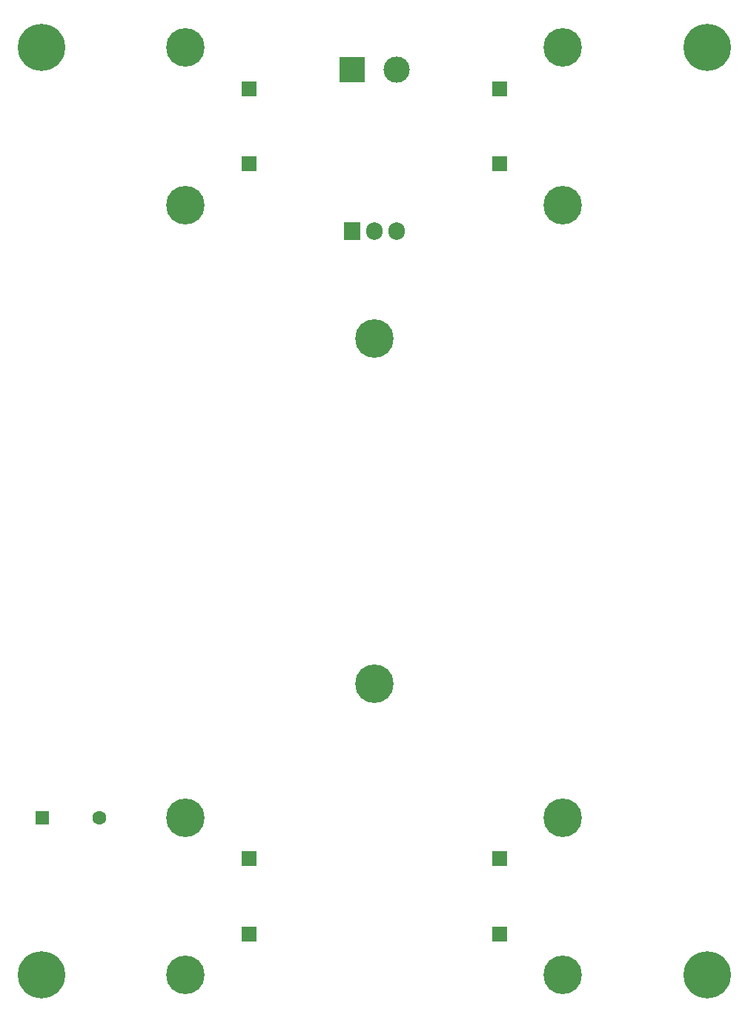
<source format=gbr>
%TF.GenerationSoftware,KiCad,Pcbnew,(6.0.5)*%
%TF.CreationDate,2022-06-28T11:16:47+05:30*%
%TF.ProjectId,MecCam_pro,4d656343-616d-45f7-9072-6f2e6b696361,rev?*%
%TF.SameCoordinates,Original*%
%TF.FileFunction,Soldermask,Bot*%
%TF.FilePolarity,Negative*%
%FSLAX46Y46*%
G04 Gerber Fmt 4.6, Leading zero omitted, Abs format (unit mm)*
G04 Created by KiCad (PCBNEW (6.0.5)) date 2022-06-28 11:16:47*
%MOMM*%
%LPD*%
G01*
G04 APERTURE LIST*
%ADD10R,1.905000X2.000000*%
%ADD11O,1.905000X2.000000*%
%ADD12R,1.600000X1.600000*%
%ADD13C,1.600000*%
%ADD14C,0.800000*%
%ADD15C,5.400000*%
%ADD16C,0.700000*%
%ADD17C,4.400000*%
%ADD18R,1.700000X1.700000*%
%ADD19R,3.000000X3.000000*%
%ADD20C,3.000000*%
G04 APERTURE END LIST*
D10*
%TO.C,U2*%
X97460000Y-68000000D03*
D11*
X100000000Y-68000000D03*
X102540000Y-68000000D03*
%TD*%
D12*
%TO.C,BZ1*%
X62100000Y-135000000D03*
D13*
X68600000Y-135000000D03*
%TD*%
D14*
%TO.C,H1*%
X139431891Y-48431891D03*
X135975000Y-47000000D03*
X140025000Y-47000000D03*
X139431891Y-45568109D03*
D15*
X138000000Y-47000000D03*
D14*
X138000000Y-44975000D03*
X136568109Y-48431891D03*
X136568109Y-45568109D03*
X138000000Y-49025000D03*
%TD*%
%TO.C,H2*%
X138000000Y-155025000D03*
D15*
X138000000Y-153000000D03*
D14*
X136568109Y-151568109D03*
X139431891Y-151568109D03*
X135975000Y-153000000D03*
X136568109Y-154431891D03*
X138000000Y-150975000D03*
X140025000Y-153000000D03*
X139431891Y-154431891D03*
%TD*%
%TO.C,H3*%
X60568109Y-45568109D03*
X63431891Y-48431891D03*
X63431891Y-45568109D03*
D15*
X62000000Y-47000000D03*
D14*
X64025000Y-47000000D03*
X59975000Y-47000000D03*
X62000000Y-49025000D03*
X62000000Y-44975000D03*
X60568109Y-48431891D03*
%TD*%
%TO.C,H4*%
X62000000Y-150975000D03*
X62000000Y-155025000D03*
X63431891Y-151568109D03*
D15*
X62000000Y-153000000D03*
D14*
X64025000Y-153000000D03*
X60568109Y-151568109D03*
X59975000Y-153000000D03*
X63431891Y-154431891D03*
X60568109Y-154431891D03*
%TD*%
D16*
%TO.C,H5*%
X119900000Y-47000000D03*
X122716726Y-48166726D03*
X120383274Y-48166726D03*
X121550000Y-45350000D03*
X121550000Y-48650000D03*
X123200000Y-47000000D03*
D17*
X121550000Y-47000000D03*
D16*
X122716726Y-45833274D03*
X120383274Y-45833274D03*
%TD*%
D17*
%TO.C,H6*%
X121550000Y-65000000D03*
D16*
X122716726Y-66166726D03*
X121550000Y-66650000D03*
X120383274Y-66166726D03*
X122716726Y-63833274D03*
X123200000Y-65000000D03*
X120383274Y-63833274D03*
X121550000Y-63350000D03*
X119900000Y-65000000D03*
%TD*%
%TO.C,H7*%
X78450000Y-48650000D03*
X78450000Y-45350000D03*
X77283274Y-48166726D03*
X77283274Y-45833274D03*
X80100000Y-47000000D03*
D17*
X78450000Y-47000000D03*
D16*
X79616726Y-45833274D03*
X76800000Y-47000000D03*
X79616726Y-48166726D03*
%TD*%
%TO.C,H8*%
X78450000Y-66650000D03*
X76800000Y-65000000D03*
X77283274Y-66166726D03*
X78450000Y-63350000D03*
X79616726Y-66166726D03*
X77283274Y-63833274D03*
X79616726Y-63833274D03*
D17*
X78450000Y-65000000D03*
D16*
X80100000Y-65000000D03*
%TD*%
%TO.C,H9*%
X98833274Y-81416726D03*
D17*
X100000000Y-80250000D03*
D16*
X101166726Y-79083274D03*
X100000000Y-81900000D03*
X101166726Y-81416726D03*
X101650000Y-80250000D03*
X100000000Y-78600000D03*
X98833274Y-79083274D03*
X98350000Y-80250000D03*
%TD*%
%TO.C,H10*%
X100000000Y-118100000D03*
D17*
X100000000Y-119750000D03*
D16*
X98833274Y-118583274D03*
X101166726Y-120916726D03*
X98833274Y-120916726D03*
X101650000Y-119750000D03*
X98350000Y-119750000D03*
X100000000Y-121400000D03*
X101166726Y-118583274D03*
%TD*%
%TO.C,H11*%
X77283274Y-136166726D03*
X78450000Y-133350000D03*
X78450000Y-136650000D03*
D17*
X78450000Y-135000000D03*
D16*
X79616726Y-133833274D03*
X79616726Y-136166726D03*
X76800000Y-135000000D03*
X77283274Y-133833274D03*
X80100000Y-135000000D03*
%TD*%
%TO.C,H12*%
X79616726Y-151833274D03*
D17*
X78450000Y-153000000D03*
D16*
X79616726Y-154166726D03*
X77283274Y-151833274D03*
X78450000Y-151350000D03*
X78450000Y-154650000D03*
X76800000Y-153000000D03*
X80100000Y-153000000D03*
X77283274Y-154166726D03*
%TD*%
%TO.C,H13*%
X120383274Y-136166726D03*
D17*
X121550000Y-135000000D03*
D16*
X121550000Y-136650000D03*
X122716726Y-133833274D03*
X123200000Y-135000000D03*
X119900000Y-135000000D03*
X121550000Y-133350000D03*
X122716726Y-136166726D03*
X120383274Y-133833274D03*
%TD*%
%TO.C,H14*%
X122716726Y-154166726D03*
D17*
X121550000Y-153000000D03*
D16*
X120383274Y-151833274D03*
X121550000Y-151350000D03*
X119900000Y-153000000D03*
X123200000Y-153000000D03*
X121550000Y-154650000D03*
X120383274Y-154166726D03*
X122716726Y-151833274D03*
%TD*%
D18*
%TO.C,J1*%
X114300000Y-139700000D03*
%TD*%
%TO.C,J11*%
X85700000Y-60300000D03*
%TD*%
%TO.C,J7*%
X114300000Y-51700000D03*
%TD*%
%TO.C,J2*%
X114300000Y-148300000D03*
%TD*%
%TO.C,J10*%
X85700000Y-51700000D03*
%TD*%
%TO.C,J15*%
X85700000Y-139700000D03*
%TD*%
%TO.C,J14*%
X85700000Y-148300000D03*
%TD*%
%TO.C,J8*%
X114300000Y-60300000D03*
%TD*%
D19*
%TO.C,J4*%
X97460000Y-49500000D03*
D20*
X102540000Y-49500000D03*
%TD*%
M02*

</source>
